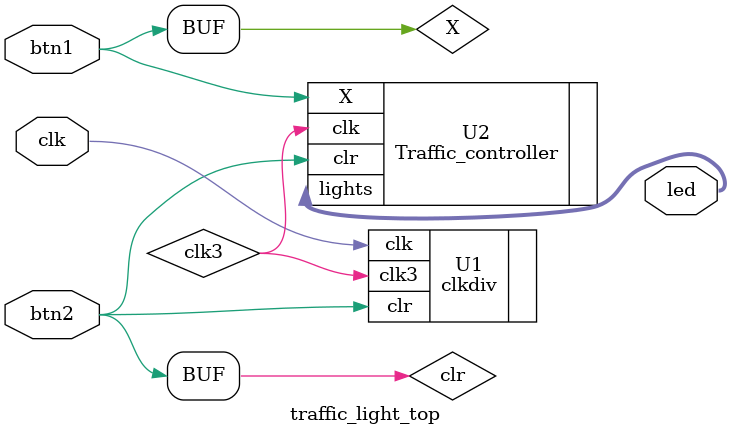
<source format=v>
`timescale 1ns / 1ps

// Top module of a traffic signal controller for an
//intersection of main highway and country road

module traffic_light_top(
    input wire clk,
    input wire btn1,
    input wire btn2,
    output wire [5:0] led
    );
    
wire clk3;
wire clr;

//btn1 is pressed to simulate the presecence of pedestrians
//btn2 is pressed to clear the system

assign X = btn1;
assign clr = btn2;

clkdiv U1 (.clk(clk),.clr(clr),.clk3(clk3));/////////////////////////////////////////

Traffic_controller U2 (.X(X), .clk(clk3), .clr(clr), .lights(led));

endmodule

</source>
